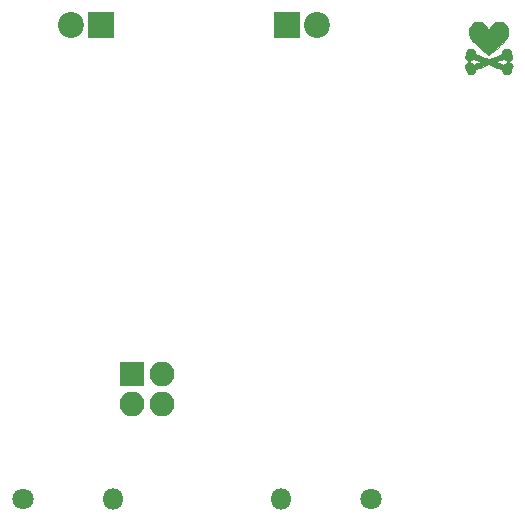
<source format=gbs>
G04 #@! TF.FileFunction,Soldermask,Bot*
%FSLAX46Y46*%
G04 Gerber Fmt 4.6, Leading zero omitted, Abs format (unit mm)*
G04 Created by KiCad (PCBNEW 4.0.7) date Saturday, October 27, 2018 'PMt' 11:49:14 PM*
%MOMM*%
%LPD*%
G01*
G04 APERTURE LIST*
%ADD10C,0.100000*%
%ADD11C,0.010000*%
%ADD12R,2.200000X2.200000*%
%ADD13C,2.200000*%
%ADD14C,1.800000*%
%ADD15O,1.800000X1.800000*%
%ADD16R,2.100000X2.100000*%
%ADD17O,2.100000X2.100000*%
G04 APERTURE END LIST*
D10*
D11*
G36*
X174896133Y-82809833D02*
X174827449Y-82839295D01*
X174745423Y-82914760D01*
X174691502Y-83015376D01*
X174674239Y-83123025D01*
X174677876Y-83156114D01*
X174693861Y-83241320D01*
X174108105Y-83459015D01*
X173522349Y-83676709D01*
X172945622Y-83462859D01*
X172784865Y-83403390D01*
X172640579Y-83350280D01*
X172519390Y-83305947D01*
X172427926Y-83272809D01*
X172372815Y-83253283D01*
X172359399Y-83249009D01*
X172356944Y-83226814D01*
X172362504Y-83171520D01*
X172365554Y-83151143D01*
X172360566Y-83031834D01*
X172309605Y-82925552D01*
X172217453Y-82842194D01*
X172215787Y-82841173D01*
X172108300Y-82801157D01*
X171982540Y-82792018D01*
X171860572Y-82813667D01*
X171795972Y-82842854D01*
X171719379Y-82913399D01*
X171665907Y-83008503D01*
X171644743Y-83109002D01*
X171648236Y-83151025D01*
X171647121Y-83216983D01*
X171616144Y-83254491D01*
X171573683Y-83298708D01*
X171530373Y-83364172D01*
X171525177Y-83373908D01*
X171496935Y-83444269D01*
X171497021Y-83508546D01*
X171509138Y-83556369D01*
X171565790Y-83665691D01*
X171654606Y-83745311D01*
X171764697Y-83792582D01*
X171885172Y-83804856D01*
X172005139Y-83779487D01*
X172113709Y-83713828D01*
X172122889Y-83705534D01*
X172204020Y-83629747D01*
X172557015Y-83761361D01*
X172679859Y-83807901D01*
X172782953Y-83848374D01*
X172858247Y-83879503D01*
X172897690Y-83898017D01*
X172901526Y-83901458D01*
X172875933Y-83912890D01*
X172811360Y-83938543D01*
X172716532Y-83975034D01*
X172600175Y-84018978D01*
X172551854Y-84037031D01*
X172403676Y-84090450D01*
X172298401Y-84124096D01*
X172232502Y-84138928D01*
X172202449Y-84135903D01*
X172200113Y-84132441D01*
X172175763Y-84095600D01*
X172128724Y-84044204D01*
X172115659Y-84031651D01*
X172011885Y-83965636D01*
X171893898Y-83939315D01*
X171773302Y-83949927D01*
X171661701Y-83994709D01*
X171570697Y-84070900D01*
X171512036Y-84175309D01*
X171496415Y-84288622D01*
X171529664Y-84390021D01*
X171589055Y-84462074D01*
X171638558Y-84521434D01*
X171650172Y-84577629D01*
X171647456Y-84596738D01*
X171651447Y-84689977D01*
X171690977Y-84787838D01*
X171756668Y-84871107D01*
X171795972Y-84901010D01*
X171906469Y-84942525D01*
X172034360Y-84951880D01*
X172157652Y-84929074D01*
X172218552Y-84901010D01*
X172289323Y-84837214D01*
X172342289Y-84751510D01*
X172368140Y-84662373D01*
X172365519Y-84609387D01*
X172363815Y-84590881D01*
X172372186Y-84573072D01*
X172396020Y-84553382D01*
X172440703Y-84529236D01*
X172511621Y-84498055D01*
X172614158Y-84457263D01*
X172753703Y-84404283D01*
X172935640Y-84336539D01*
X172936410Y-84336254D01*
X173521413Y-84119345D01*
X174096334Y-84332525D01*
X174256841Y-84391899D01*
X174400882Y-84444909D01*
X174521816Y-84489133D01*
X174613001Y-84522151D01*
X174667796Y-84541540D01*
X174680934Y-84545706D01*
X174682936Y-84566709D01*
X174675201Y-84607114D01*
X174677694Y-84687989D01*
X174714528Y-84777884D01*
X174776606Y-84859380D01*
X174828836Y-84901261D01*
X174937074Y-84942352D01*
X175062778Y-84951748D01*
X175183691Y-84929371D01*
X175241413Y-84902691D01*
X175327749Y-84826143D01*
X175381865Y-84728427D01*
X175395748Y-84624930D01*
X175393884Y-84609980D01*
X175393572Y-84542224D01*
X175423855Y-84502726D01*
X175425362Y-84501767D01*
X175480798Y-84443308D01*
X175523658Y-84355960D01*
X175545283Y-84261530D01*
X175543445Y-84204444D01*
X175500994Y-84106400D01*
X175420238Y-84023212D01*
X175313354Y-83963606D01*
X175192517Y-83936310D01*
X175168178Y-83935495D01*
X175079199Y-83952785D01*
X174984267Y-83996993D01*
X174903920Y-84056629D01*
X174865411Y-84104892D01*
X174825690Y-84149395D01*
X174792930Y-84150165D01*
X174755002Y-84135618D01*
X174679788Y-84107273D01*
X174577673Y-84069028D01*
X174459043Y-84024782D01*
X174441431Y-84018227D01*
X174326497Y-83974718D01*
X174231848Y-83937460D01*
X174166048Y-83909934D01*
X174137666Y-83895621D01*
X174137258Y-83894622D01*
X174162546Y-83883682D01*
X174227088Y-83858645D01*
X174322335Y-83822752D01*
X174439737Y-83779243D01*
X174499274Y-83757400D01*
X174639794Y-83706892D01*
X174740257Y-83673378D01*
X174807869Y-83655093D01*
X174849836Y-83650269D01*
X174873363Y-83657140D01*
X174880173Y-83664007D01*
X174942328Y-83720776D01*
X175031060Y-83771167D01*
X175122425Y-83803037D01*
X175164716Y-83808273D01*
X175288675Y-83788630D01*
X175400237Y-83735023D01*
X175487525Y-83655886D01*
X175538663Y-83559648D01*
X175543445Y-83539420D01*
X175541191Y-83452622D01*
X175511816Y-83358087D01*
X175463981Y-83277624D01*
X175425362Y-83242097D01*
X175394038Y-83203243D01*
X175393450Y-83136616D01*
X175393884Y-83133883D01*
X175386672Y-83030841D01*
X175338034Y-82931291D01*
X175255984Y-82850620D01*
X175241413Y-82841173D01*
X175137587Y-82802323D01*
X175014982Y-82791842D01*
X174896133Y-82809833D01*
X174896133Y-82809833D01*
G37*
X174896133Y-82809833D02*
X174827449Y-82839295D01*
X174745423Y-82914760D01*
X174691502Y-83015376D01*
X174674239Y-83123025D01*
X174677876Y-83156114D01*
X174693861Y-83241320D01*
X174108105Y-83459015D01*
X173522349Y-83676709D01*
X172945622Y-83462859D01*
X172784865Y-83403390D01*
X172640579Y-83350280D01*
X172519390Y-83305947D01*
X172427926Y-83272809D01*
X172372815Y-83253283D01*
X172359399Y-83249009D01*
X172356944Y-83226814D01*
X172362504Y-83171520D01*
X172365554Y-83151143D01*
X172360566Y-83031834D01*
X172309605Y-82925552D01*
X172217453Y-82842194D01*
X172215787Y-82841173D01*
X172108300Y-82801157D01*
X171982540Y-82792018D01*
X171860572Y-82813667D01*
X171795972Y-82842854D01*
X171719379Y-82913399D01*
X171665907Y-83008503D01*
X171644743Y-83109002D01*
X171648236Y-83151025D01*
X171647121Y-83216983D01*
X171616144Y-83254491D01*
X171573683Y-83298708D01*
X171530373Y-83364172D01*
X171525177Y-83373908D01*
X171496935Y-83444269D01*
X171497021Y-83508546D01*
X171509138Y-83556369D01*
X171565790Y-83665691D01*
X171654606Y-83745311D01*
X171764697Y-83792582D01*
X171885172Y-83804856D01*
X172005139Y-83779487D01*
X172113709Y-83713828D01*
X172122889Y-83705534D01*
X172204020Y-83629747D01*
X172557015Y-83761361D01*
X172679859Y-83807901D01*
X172782953Y-83848374D01*
X172858247Y-83879503D01*
X172897690Y-83898017D01*
X172901526Y-83901458D01*
X172875933Y-83912890D01*
X172811360Y-83938543D01*
X172716532Y-83975034D01*
X172600175Y-84018978D01*
X172551854Y-84037031D01*
X172403676Y-84090450D01*
X172298401Y-84124096D01*
X172232502Y-84138928D01*
X172202449Y-84135903D01*
X172200113Y-84132441D01*
X172175763Y-84095600D01*
X172128724Y-84044204D01*
X172115659Y-84031651D01*
X172011885Y-83965636D01*
X171893898Y-83939315D01*
X171773302Y-83949927D01*
X171661701Y-83994709D01*
X171570697Y-84070900D01*
X171512036Y-84175309D01*
X171496415Y-84288622D01*
X171529664Y-84390021D01*
X171589055Y-84462074D01*
X171638558Y-84521434D01*
X171650172Y-84577629D01*
X171647456Y-84596738D01*
X171651447Y-84689977D01*
X171690977Y-84787838D01*
X171756668Y-84871107D01*
X171795972Y-84901010D01*
X171906469Y-84942525D01*
X172034360Y-84951880D01*
X172157652Y-84929074D01*
X172218552Y-84901010D01*
X172289323Y-84837214D01*
X172342289Y-84751510D01*
X172368140Y-84662373D01*
X172365519Y-84609387D01*
X172363815Y-84590881D01*
X172372186Y-84573072D01*
X172396020Y-84553382D01*
X172440703Y-84529236D01*
X172511621Y-84498055D01*
X172614158Y-84457263D01*
X172753703Y-84404283D01*
X172935640Y-84336539D01*
X172936410Y-84336254D01*
X173521413Y-84119345D01*
X174096334Y-84332525D01*
X174256841Y-84391899D01*
X174400882Y-84444909D01*
X174521816Y-84489133D01*
X174613001Y-84522151D01*
X174667796Y-84541540D01*
X174680934Y-84545706D01*
X174682936Y-84566709D01*
X174675201Y-84607114D01*
X174677694Y-84687989D01*
X174714528Y-84777884D01*
X174776606Y-84859380D01*
X174828836Y-84901261D01*
X174937074Y-84942352D01*
X175062778Y-84951748D01*
X175183691Y-84929371D01*
X175241413Y-84902691D01*
X175327749Y-84826143D01*
X175381865Y-84728427D01*
X175395748Y-84624930D01*
X175393884Y-84609980D01*
X175393572Y-84542224D01*
X175423855Y-84502726D01*
X175425362Y-84501767D01*
X175480798Y-84443308D01*
X175523658Y-84355960D01*
X175545283Y-84261530D01*
X175543445Y-84204444D01*
X175500994Y-84106400D01*
X175420238Y-84023212D01*
X175313354Y-83963606D01*
X175192517Y-83936310D01*
X175168178Y-83935495D01*
X175079199Y-83952785D01*
X174984267Y-83996993D01*
X174903920Y-84056629D01*
X174865411Y-84104892D01*
X174825690Y-84149395D01*
X174792930Y-84150165D01*
X174755002Y-84135618D01*
X174679788Y-84107273D01*
X174577673Y-84069028D01*
X174459043Y-84024782D01*
X174441431Y-84018227D01*
X174326497Y-83974718D01*
X174231848Y-83937460D01*
X174166048Y-83909934D01*
X174137666Y-83895621D01*
X174137258Y-83894622D01*
X174162546Y-83883682D01*
X174227088Y-83858645D01*
X174322335Y-83822752D01*
X174439737Y-83779243D01*
X174499274Y-83757400D01*
X174639794Y-83706892D01*
X174740257Y-83673378D01*
X174807869Y-83655093D01*
X174849836Y-83650269D01*
X174873363Y-83657140D01*
X174880173Y-83664007D01*
X174942328Y-83720776D01*
X175031060Y-83771167D01*
X175122425Y-83803037D01*
X175164716Y-83808273D01*
X175288675Y-83788630D01*
X175400237Y-83735023D01*
X175487525Y-83655886D01*
X175538663Y-83559648D01*
X175543445Y-83539420D01*
X175541191Y-83452622D01*
X175511816Y-83358087D01*
X175463981Y-83277624D01*
X175425362Y-83242097D01*
X175394038Y-83203243D01*
X175393450Y-83136616D01*
X175393884Y-83133883D01*
X175386672Y-83030841D01*
X175338034Y-82931291D01*
X175255984Y-82850620D01*
X175241413Y-82841173D01*
X175137587Y-82802323D01*
X175014982Y-82791842D01*
X174896133Y-82809833D01*
G36*
X174258004Y-80517563D02*
X174109280Y-80566602D01*
X173991065Y-80638914D01*
X173864074Y-80745862D01*
X173740503Y-80875756D01*
X173632549Y-81016908D01*
X173620707Y-81034843D01*
X173573889Y-81103142D01*
X173536870Y-81149997D01*
X173520075Y-81164124D01*
X173498208Y-81144527D01*
X173459279Y-81093901D01*
X173424757Y-81043046D01*
X173346010Y-80938416D01*
X173244064Y-80826811D01*
X173131057Y-80719513D01*
X173019129Y-80627802D01*
X172920417Y-80562958D01*
X172894219Y-80549997D01*
X172812344Y-80519918D01*
X172730237Y-80506483D01*
X172625927Y-80506676D01*
X172592443Y-80508588D01*
X172394496Y-80543647D01*
X172223398Y-80621801D01*
X172078897Y-80743233D01*
X171960736Y-80908123D01*
X171921394Y-80984986D01*
X171867373Y-81158172D01*
X171853033Y-81351711D01*
X171876956Y-81556010D01*
X171937723Y-81761478D01*
X172033915Y-81958523D01*
X172074847Y-82022495D01*
X172157848Y-82129059D01*
X172276020Y-82259434D01*
X172423238Y-82407764D01*
X172593375Y-82568192D01*
X172780306Y-82734861D01*
X172977902Y-82901912D01*
X173087688Y-82990859D01*
X173213108Y-83090235D01*
X173325240Y-83177865D01*
X173417993Y-83249086D01*
X173485277Y-83299240D01*
X173520998Y-83323664D01*
X173524776Y-83325285D01*
X173553186Y-83307257D01*
X173556872Y-83302029D01*
X173580021Y-83279958D01*
X173637004Y-83230879D01*
X173722015Y-83159637D01*
X173829247Y-83071074D01*
X173952896Y-82970036D01*
X174021608Y-82914292D01*
X174291772Y-82690687D01*
X174520843Y-82489408D01*
X174711452Y-82306814D01*
X174866226Y-82139263D01*
X174987795Y-81983114D01*
X175078786Y-81834726D01*
X175141829Y-81690455D01*
X175179552Y-81546662D01*
X175194584Y-81399703D01*
X175192932Y-81291599D01*
X175165289Y-81100367D01*
X175102756Y-80937850D01*
X174999462Y-80791011D01*
X174939040Y-80727472D01*
X174787056Y-80610971D01*
X174616965Y-80536004D01*
X174437652Y-80504294D01*
X174258004Y-80517563D01*
X174258004Y-80517563D01*
G37*
X174258004Y-80517563D02*
X174109280Y-80566602D01*
X173991065Y-80638914D01*
X173864074Y-80745862D01*
X173740503Y-80875756D01*
X173632549Y-81016908D01*
X173620707Y-81034843D01*
X173573889Y-81103142D01*
X173536870Y-81149997D01*
X173520075Y-81164124D01*
X173498208Y-81144527D01*
X173459279Y-81093901D01*
X173424757Y-81043046D01*
X173346010Y-80938416D01*
X173244064Y-80826811D01*
X173131057Y-80719513D01*
X173019129Y-80627802D01*
X172920417Y-80562958D01*
X172894219Y-80549997D01*
X172812344Y-80519918D01*
X172730237Y-80506483D01*
X172625927Y-80506676D01*
X172592443Y-80508588D01*
X172394496Y-80543647D01*
X172223398Y-80621801D01*
X172078897Y-80743233D01*
X171960736Y-80908123D01*
X171921394Y-80984986D01*
X171867373Y-81158172D01*
X171853033Y-81351711D01*
X171876956Y-81556010D01*
X171937723Y-81761478D01*
X172033915Y-81958523D01*
X172074847Y-82022495D01*
X172157848Y-82129059D01*
X172276020Y-82259434D01*
X172423238Y-82407764D01*
X172593375Y-82568192D01*
X172780306Y-82734861D01*
X172977902Y-82901912D01*
X173087688Y-82990859D01*
X173213108Y-83090235D01*
X173325240Y-83177865D01*
X173417993Y-83249086D01*
X173485277Y-83299240D01*
X173520998Y-83323664D01*
X173524776Y-83325285D01*
X173553186Y-83307257D01*
X173556872Y-83302029D01*
X173580021Y-83279958D01*
X173637004Y-83230879D01*
X173722015Y-83159637D01*
X173829247Y-83071074D01*
X173952896Y-82970036D01*
X174021608Y-82914292D01*
X174291772Y-82690687D01*
X174520843Y-82489408D01*
X174711452Y-82306814D01*
X174866226Y-82139263D01*
X174987795Y-81983114D01*
X175078786Y-81834726D01*
X175141829Y-81690455D01*
X175179552Y-81546662D01*
X175194584Y-81399703D01*
X175192932Y-81291599D01*
X175165289Y-81100367D01*
X175102756Y-80937850D01*
X174999462Y-80791011D01*
X174939040Y-80727472D01*
X174787056Y-80610971D01*
X174616965Y-80536004D01*
X174437652Y-80504294D01*
X174258004Y-80517563D01*
D12*
X156464000Y-80772000D03*
D13*
X159004000Y-80772000D03*
D12*
X140716000Y-80772000D03*
D13*
X138176000Y-80772000D03*
D14*
X134112000Y-120904000D03*
D15*
X141732000Y-120904000D03*
D16*
X143319500Y-110299500D03*
D17*
X143319500Y-112839500D03*
X145859500Y-110299500D03*
X145859500Y-112839500D03*
D14*
X163576000Y-120904000D03*
D15*
X155956000Y-120904000D03*
M02*

</source>
